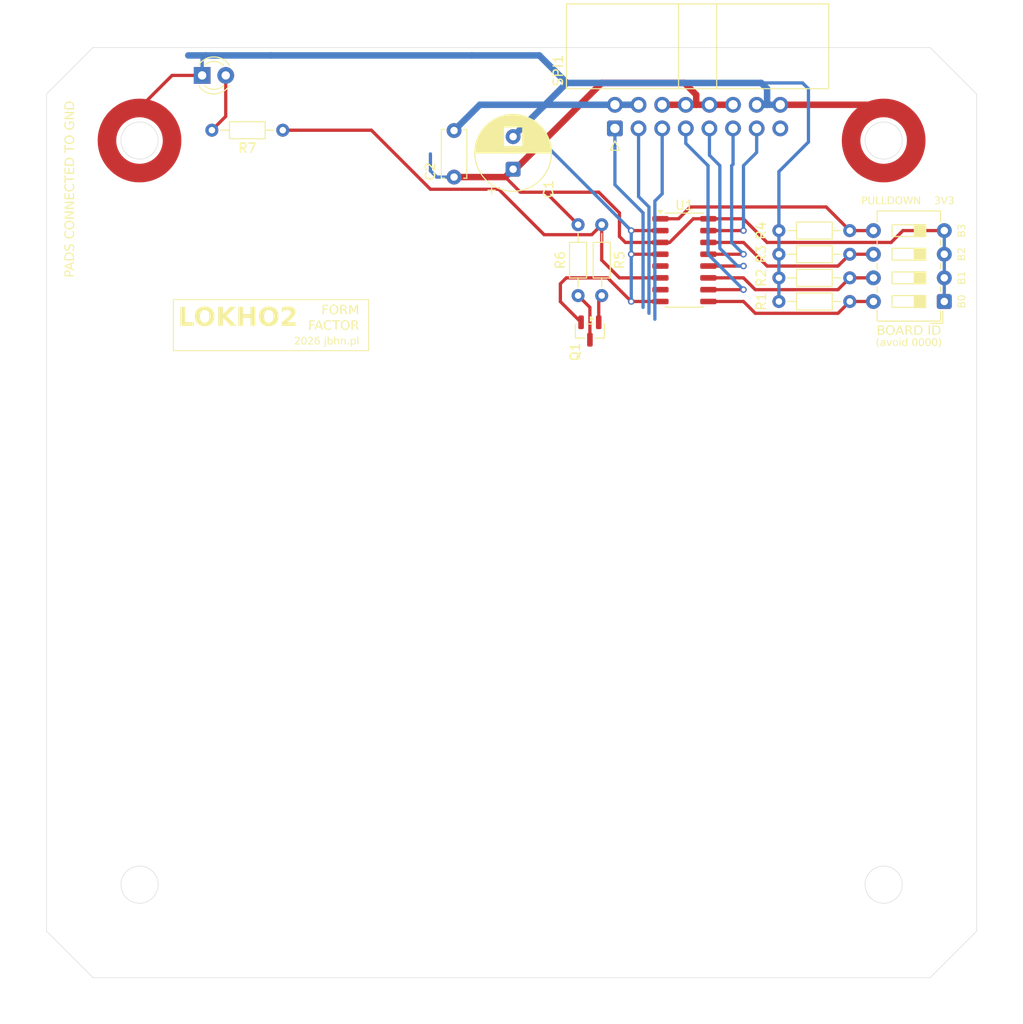
<source format=kicad_pcb>
(kicad_pcb (version 20241229) (generator "pcbnew") (generator_version "9.0")
  (layers (0 "F.Cu" signal) (2 "B.Cu" signal) (13 "F.Paste" user) (15 "B.Paste" user) (5 "F.SilkS" user "F.Silkscreen") (7 "B.SilkS" user "B.Silkscreen") (1 "F.Mask" user) (3 "B.Mask" user) (25 "Edge.Cuts" user))
  (net 0 "")
  (net 1 "SPI_MISO")
  (net 2 "GND")
  (net 3 "SPI_MOSI")
  (net 4 "SPI_SCK")
  (net 5 "+3V3")
  (net 6 "SPI_S0")
  (net 7 "SPI_S1")
  (net 8 "SPI_S2")
  (net 9 "SPI_S3")
  (net 10 "GP")
  (net 11 "ADDR_SEL")
  (net 12 "Net-(Q1-B)")
  (net 13 "Net-(U1-B0)")
  (net 14 "Net-(U1-B1)")
  (net 15 "Net-(U1-B2)")
  (net 16 "Net-(U1-B3)")
  (net 17 "Net-(U1-Oa=b)")
  (net 20 "Net-(D1-A)")
  (footprint "Resistor_THT:R_Axial_DIN0204_L3.6mm_D1.6mm_P7.62mm_Horizontal" (layer "F.Cu") (at 186.36 72.225 180)
    (property "Reference" "R3" (at 9.525 0 90) (layer "F.SilkS"))
    (property "Value" "10k")
    (fp_line (start 6.68 0) (end 5.73 0) (stroke (width 0.12)) (layer "F.SilkS"))
    (fp_line (start 0.94 0) (end 1.89 0) (stroke (width 0.12)) (layer "F.SilkS"))
    (fp_rect (start 1.89 -0.92) (end 5.73 0.92) (stroke (width 0.12)) (fill no) (layer "F.SilkS"))
    (pad "1" thru_hole circle (at 0 0 180) (size 1.4 1.4) (drill 0.7) (layers "*.Cu" "*.Mask") (net 15 "Net-(U1-B2)"))
    (pad "2" thru_hole circle (at 7.62 0 180) (size 1.4 1.4) (drill 0.7) (layers "*.Cu" "*.Mask") (net 2 "GND"))
  )
  (footprint "Package_TO_SOT_SMD:SOT-23" (layer "F.Cu") (at 158.42 80.48 -90)
    (property "Reference" "Q1" (at 2.2375 1.585 90) (layer "F.SilkS"))
    (property "Value" "BC846")
    (fp_line (start -0.76 1.56) (end -0.76 1.51) (stroke (width 0.12)) (layer "F.SilkS"))
    (fp_line (start 0.76 1.56) (end -0.76 1.56) (stroke (width 0.12)) (layer "F.SilkS"))
    (fp_line (start 0.76 0.56) (end 0.76 1.56) (stroke (width 0.12)) (layer "F.SilkS"))
    (fp_line (start -0.76 0.39) (end -0.76 -0.39) (stroke (width 0.12)) (layer "F.SilkS"))
    (fp_line (start -0.76 -1.51) (end -0.76 -1.56) (stroke (width 0.12)) (layer "F.SilkS"))
    (fp_line (start -0.76 -1.56) (end 0.76 -1.56) (stroke (width 0.12)) (layer "F.SilkS"))
    (fp_line (start 0.76 -1.56) (end 0.76 -0.56) (stroke (width 0.12)) (layer "F.SilkS"))
    (fp_poly (pts (xy -1.3 -0.38) (xy -1.06 -0.05) (xy -1.54 -0.05)) (stroke (width 0.12)) (fill yes) (layer "F.SilkS"))
    (pad "1" smd roundrect (at -0.9375 -0.95 270) (size 1.475 0.6) (layers "F.Cu" "F.Mask" "F.Paste") (net 12 "Net-(Q1-B)"))
    (pad "2" smd roundrect (at -0.9375 0.95 270) (size 1.475 0.6) (layers "F.Cu" "F.Mask" "F.Paste") (net 2 "GND"))
    (pad "3" smd roundrect (at 0.9375 0 270) (size 1.475 0.6) (layers "F.Cu" "F.Mask" "F.Paste") (net 11 "ADDR_SEL"))
  )
  (footprint "Capacitor_THT:CP_Radial_D8.0mm_P3.50mm" (layer "F.Cu") (at 150.165 63.082651 90)
    (property "Reference" "C1" (at -2.157349 3.81 90) (layer "F.SilkS"))
    (property "Value" "330u")
    (fp_line (start 1.79 -4.08) (end 1.79 4.08) (stroke (width 0.12)) (layer "F.SilkS"))
    (fp_line (start 1.75 -4.08) (end 1.75 4.08) (stroke (width 0.12)) (layer "F.SilkS"))
    (fp_line (start 1.83 -4.079) (end 1.83 4.079) (stroke (width 0.12)) (layer "F.SilkS"))
    (fp_line (start 1.87 -4.078) (end 1.87 4.078) (stroke (width 0.12)) (layer "F.SilkS"))
    (fp_line (start 1.91 -4.077) (end 1.91 4.077) (stroke (width 0.12)) (layer "F.SilkS"))
    (fp_line (start 1.95 -4.075) (end 1.95 4.075) (stroke (width 0.12)) (layer "F.SilkS"))
    (fp_line (start 1.99 -4.073) (end 1.99 4.073) (stroke (width 0.12)) (layer "F.SilkS"))
    (fp_line (start 2.03 -4.07) (end 2.03 4.07) (stroke (width 0.12)) (layer "F.SilkS"))
    (fp_line (start 2.07 -4.068) (end 2.07 4.068) (stroke (width 0.12)) (layer "F.SilkS"))
    (fp_line (start 2.11 -4.064) (end 2.11 4.064) (stroke (width 0.12)) (layer "F.SilkS"))
    (fp_line (start 2.15 -4.061) (end 2.15 4.061) (stroke (width 0.12)) (layer "F.SilkS"))
    (fp_line (start 2.19 -4.056) (end 2.19 4.056) (stroke (width 0.12)) (layer "F.SilkS"))
    (fp_line (start 2.23 -4.052) (end 2.23 4.052) (stroke (width 0.12)) (layer "F.SilkS"))
    (fp_line (start 2.27 -4.047) (end 2.27 4.047) (stroke (width 0.12)) (layer "F.SilkS"))
    (fp_line (start 2.31 -4.042) (end 2.31 4.042) (stroke (width 0.12)) (layer "F.SilkS"))
    (fp_line (start 2.35 -4.036) (end 2.35 4.036) (stroke (width 0.12)) (layer "F.SilkS"))
    (fp_line (start 2.39 -4.03) (end 2.39 4.03) (stroke (width 0.12)) (layer "F.SilkS"))
    (fp_line (start 2.43 -4.023) (end 2.43 4.023) (stroke (width 0.12)) (layer "F.SilkS"))
    (fp_line (start 2.47 -4.017) (end 2.47 -1.04) (stroke (width 0.12)) (layer "F.SilkS"))
    (fp_line (start 2.51 -4.009) (end 2.51 -1.04) (stroke (width 0.12)) (layer "F.SilkS"))
    (fp_line (start 2.55 -4.002) (end 2.55 -1.04) (stroke (width 0.12)) (layer "F.SilkS"))
    (fp_line (start 2.59 -3.993) (end 2.59 -1.04) (stroke (width 0.12)) (layer "F.SilkS"))
    (fp_line (start 2.63 -3.985) (end 2.63 -1.04) (stroke (width 0.12)) (layer "F.SilkS"))
    (fp_line (start 2.67 -3.976) (end 2.67 -1.04) (stroke (width 0.12)) (layer "F.SilkS"))
    (fp_line (start 2.71 -3.967) (end 2.71 -1.04) (stroke (width 0.12)) (layer "F.SilkS"))
    (fp_line (start 2.75 -3.957) (end 2.75 -1.04) (stroke (width 0.12)) (layer "F.SilkS"))
    (fp_line (start 2.79 -3.947) (end 2.79 -1.04) (stroke (width 0.12)) (layer "F.SilkS"))
    (fp_line (start 2.83 -3.936) (end 2.83 -1.04) (stroke (width 0.12)) (layer "F.SilkS"))
    (fp_line (start 2.87 -3.925) (end 2.87 -1.04) (stroke (width 0.12)) (layer "F.SilkS"))
    (fp_line (start 2.91 -3.913) (end 2.91 -1.04) (stroke (width 0.12)) (layer "F.SilkS"))
    (fp_line (start 2.95 -3.901) (end 2.95 -1.04) (stroke (width 0.12)) (layer "F.SilkS"))
    (fp_line (start 2.99 -3.889) (end 2.99 -1.04) (stroke (width 0.12)) (layer "F.SilkS"))
    (fp_line (start 3.03 -3.876) (end 3.03 -1.04) (stroke (width 0.12)) (layer "F.SilkS"))
    (fp_line (start 3.07 -3.863) (end 3.07 -1.04) (stroke (width 0.12)) (layer "F.SilkS"))
    (fp_line (start 3.11 -3.849) (end 3.11 -1.04) (stroke (width 0.12)) (layer "F.SilkS"))
    (fp_line (start 3.15 -3.835) (end 3.15 -1.04) (stroke (width 0.12)) (layer "F.SilkS"))
    (fp_line (start 3.19 -3.82) (end 3.19 -1.04) (stroke (width 0.12)) (layer "F.SilkS"))
    (fp_line (start 3.23 -3.805) (end 3.23 -1.04) (stroke (width 0.12)) (layer "F.SilkS"))
    (fp_line (start 3.27 -3.789) (end 3.27 -1.04) (stroke (width 0.12)) (layer "F.SilkS"))
    (fp_line (start 3.31 -3.773) (end 3.31 -1.04) (stroke (width 0.12)) (layer "F.SilkS"))
    (fp_line (start 3.35 -3.757) (end 3.35 -1.04) (stroke (width 0.12)) (layer "F.SilkS"))
    (fp_line (start 3.39 -3.74) (end 3.39 -1.04) (stroke (width 0.12)) (layer "F.SilkS"))
    (fp_line (start 3.43 -3.722) (end 3.43 -1.04) (stroke (width 0.12)) (layer "F.SilkS"))
    (fp_line (start 3.47 -3.704) (end 3.47 -1.04) (stroke (width 0.12)) (layer "F.SilkS"))
    (fp_line (start 3.51 -3.685) (end 3.51 -1.04) (stroke (width 0.12)) (layer "F.SilkS"))
    (fp_line (start 3.55 -3.666) (end 3.55 -1.04) (stroke (width 0.12)) (layer "F.SilkS"))
    (fp_line (start 3.59 -3.646) (end 3.59 -1.04) (stroke (width 0.12)) (layer "F.SilkS"))
    (fp_line (start 3.63 -3.626) (end 3.63 -1.04) (stroke (width 0.12)) (layer "F.SilkS"))
    (fp_line (start 3.67 -3.605) (end 3.67 -1.04) (stroke (width 0.12)) (layer "F.SilkS"))
    (fp_line (start 3.71 -3.584) (end 3.71 -1.04) (stroke (width 0.12)) (layer "F.SilkS"))
    (fp_line (start 3.75 -3.562) (end 3.75 -1.04) (stroke (width 0.12)) (layer "F.SilkS"))
    (fp_line (start 3.79 -3.539) (end 3.79 -1.04) (stroke (width 0.12)) (layer "F.SilkS"))
    (fp_line (start 3.83 -3.516) (end 3.83 -1.04) (stroke (width 0.12)) (layer "F.SilkS"))
    (fp_line (start 3.87 -3.493) (end 3.87 -1.04) (stroke (width 0.12)) (layer "F.SilkS"))
    (fp_line (start 3.91 -3.468) (end 3.91 -1.04) (stroke (width 0.12)) (layer "F.SilkS"))
    (fp_line (start 3.95 -3.443) (end 3.95 -1.04) (stroke (width 0.12)) (layer "F.SilkS"))
    (fp_line (start 3.99 -3.418) (end 3.99 -1.04) (stroke (width 0.12)) (layer "F.SilkS"))
    (fp_line (start 4.03 -3.392) (end 4.03 -1.04) (stroke (width 0.12)) (layer "F.SilkS"))
    (fp_line (start 4.07 -3.365) (end 4.07 -1.04) (stroke (width 0.12)) (layer "F.SilkS"))
    (fp_line (start 4.11 -3.337) (end 4.11 -1.04) (stroke (width 0.12)) (layer "F.SilkS"))
    (fp_line (start 4.15 -3.309) (end 4.15 -1.04) (stroke (width 0.12)) (layer "F.SilkS"))
    (fp_line (start 4.19 -3.28) (end 4.19 -1.04) (stroke (width 0.12)) (layer "F.SilkS"))
    (fp_line (start 4.23 -3.25) (end 4.23 -1.04) (stroke (width 0.12)) (layer "F.SilkS"))
    (fp_line (start 4.27 -3.219) (end 4.27 -1.04) (stroke (width 0.12)) (layer "F.SilkS"))
    (fp_line (start 4.31 -3.188) (end 4.31 -1.04) (stroke (width 0.12)) (layer "F.SilkS"))
    (fp_line (start 4.35 -3.156) (end 4.35 -1.04) (stroke (width 0.12)) (layer "F.SilkS"))
    (fp_line (start 4.39 -3.123) (end 4.39 -1.04) (stroke (width 0.12)) (layer "F.SilkS"))
    (fp_line (start 4.43 -3.089) (end 4.43 -1.04) (stroke (width 0.12)) (layer "F.SilkS"))
    (fp_line (start 4.47 -3.055) (end 4.47 -1.04) (stroke (width 0.12)) (layer "F.SilkS"))
    (fp_line (start 4.51 -3.019) (end 4.51 -1.04) (stroke (width 0.12)) (layer "F.SilkS"))
    (fp_line (start 4.55 -2.982) (end 4.55 2.982) (stroke (width 0.12)) (layer "F.SilkS"))
    (fp_line (start 4.59 -2.945) (end 4.59 2.945) (stroke (width 0.12)) (layer "F.SilkS"))
    (fp_line (start 4.63 -2.906) (end 4.63 2.906) (stroke (width 0.12)) (layer "F.SilkS"))
    (fp_line (start 4.67 -2.867) (end 4.67 2.867) (stroke (width 0.12)) (layer "F.SilkS"))
    (fp_line (start 4.71 -2.826) (end 4.71 2.826) (stroke (width 0.12)) (layer "F.SilkS"))
    (fp_line (start 4.75 -2.784) (end 4.75 2.784) (stroke (width 0.12)) (layer "F.SilkS"))
    (fp_line (start 4.79 -2.741) (end 4.79 2.741) (stroke (width 0.12)) (layer "F.SilkS"))
    (fp_line (start -2.259698 -2.715) (end -2.259698 -1.915) (stroke (width 0.12)) (layer "F.SilkS"))
    (fp_line (start 4.83 -2.696) (end 4.83 2.696) (stroke (width 0.12)) (layer "F.SilkS"))
    (fp_line (start 4.87 -2.651) (end 4.87 2.651) (stroke (width 0.12)) (layer "F.SilkS"))
    (fp_line (start 4.91 -2.604) (end 4.91 2.604) (stroke (width 0.12)) (layer "F.SilkS"))
    (fp_line (start 4.95 -2.555) (end 4.95 2.555) (stroke (width 0.12)) (layer "F.SilkS"))
    (fp_line (start 4.99 -2.505) (end 4.99 2.505) (stroke (width 0.12)) (layer "F.SilkS"))
    (fp_line (start 5.03 -2.453) (end 5.03 2.453) (stroke (width 0.12)) (layer "F.SilkS"))
    (fp_line (start 5.07 -2.4) (end 5.07 2.4) (stroke (width 0.12)) (layer "F.SilkS"))
    (fp_line (start 5.11 -2.344) (end 5.11 2.344) (stroke (width 0.12)) (layer "F.SilkS"))
    (fp_line (start -2.659698 -2.315) (end -1.859698 -2.315) (stroke (width 0.12)) (layer "F.SilkS"))
    (fp_line (start 5.15 -2.287) (end 5.15 2.287) (stroke (width 0.12)) (layer "F.SilkS"))
    (fp_line (start 5.19 -2.227) (end 5.19 2.227) (stroke (width 0.12)) (layer "F.SilkS"))
    (fp_line (start 5.23 -2.165) (end 5.23 2.165) (stroke (width 0.12)) (layer "F.SilkS"))
    (fp_line (start 5.27 -2.101) (end 5.27 2.101) (stroke (width 0.12)) (layer "F.SilkS"))
    (fp_line (start 5.31 -2.034) (end 5.31 2.034) (stroke (width 0.12)) (layer "F.SilkS"))
    (fp_line (start 5.35 -1.964) (end 5.35 1.964) (stroke (width 0.12)) (layer "F.SilkS"))
    (fp_line (start 5.39 -1.89) (end 5.39 1.89) (stroke (width 0.12)) (layer "F.SilkS"))
    (fp_line (start 5.43 -1.813) (end 5.43 1.813) (stroke (width 0.12)) (layer "F.SilkS"))
    (fp_line (start 5.47 -1.731) (end 5.47 1.731) (stroke (width 0.12)) (layer "F.SilkS"))
    (fp_line (start 5.51 -1.644) (end 5.51 1.644) (stroke (width 0.12)) (layer "F.SilkS"))
    (fp_line (start 5.55 -1.552) (end 5.55 1.552) (stroke (width 0.12)) (layer "F.SilkS"))
    (fp_line (start 5.59 -1.453) (end 5.59 1.453) (stroke (width 0.12)) (layer "F.SilkS"))
    (fp_line (start 5.63 -1.346) (end 5.63 1.346) (stroke (width 0.12)) (layer "F.SilkS"))
    (fp_line (start 5.67 -1.228) (end 5.67 1.228) (stroke (width 0.12)) (layer "F.SilkS"))
    (fp_line (start 5.71 -1.097) (end 5.71 1.097) (stroke (width 0.12)) (layer "F.SilkS"))
    (fp_line (start 5.75 -0.947) (end 5.75 0.947) (stroke (width 0.12)) (layer "F.SilkS"))
    (fp_line (start 5.79 -0.768) (end 5.79 0.768) (stroke (width 0.12)) (layer "F.SilkS"))
    (fp_line (start 5.83 -0.533) (end 5.83 0.533) (stroke (width 0.12)) (layer "F.SilkS"))
    (fp_line (start 4.51 1.04) (end 4.51 3.019) (stroke (width 0.12)) (layer "F.SilkS"))
    (fp_line (start 4.47 1.04) (end 4.47 3.055) (stroke (width 0.12)) (layer "F.SilkS"))
    (fp_line (start 4.43 1.04) (end 4.43 3.089) (stroke (width 0.12)) (layer "F.SilkS"))
    (fp_line (start 4.39 1.04) (end 4.39 3.123) (stroke (width 0.12)) (layer "F.SilkS"))
    (fp_line (start 4.35 1.04) (end 4.35 3.156) (stroke (width 0.12)) (layer "F.SilkS"))
    (fp_line (start 4.31 1.04) (end 4.31 3.188) (stroke (width 0.12)) (layer "F.SilkS"))
    (fp_line (start 4.27 1.04) (end 4.27 3.219) (stroke (width 0.12)) (layer "F.SilkS"))
    (fp_line (start 4.23 1.04) (end 4.23 3.25) (stroke (width 0.12)) (layer "F.SilkS"))
    (fp_line (start 4.19 1.04) (end 4.19 3.28) (stroke (width 0.12)) (layer "F.SilkS"))
    (fp_line (start 4.15 1.04) (end 4.15 3.309) (stroke (width 0.12)) (layer "F.SilkS"))
    (fp_line (start 4.11 1.04) (end 4.11 3.337) (stroke (width 0.12)) (layer "F.SilkS"))
    (fp_line (start 4.07 1.04) (end 4.07 3.365) (stroke (width 0.12)) (layer "F.SilkS"))
    (fp_line (start 4.03 1.04) (end 4.03 3.392) (stroke (width 0.12)) (layer "F.SilkS"))
    (fp_line (start 3.99 1.04) (end 3.99 3.418) (stroke (width 0.12)) (layer "F.SilkS"))
    (fp_line (start 3.95 1.04) (end 3.95 3.443) (stroke (width 0.12)) (layer "F.SilkS"))
    (fp_line (start 3.91 1.04) (end 3.91 3.468) (stroke (width 0.12)) (layer "F.SilkS"))
    (fp_line (start 3.87 1.04) (end 3.87 3.493) (stroke (width 0.12)) (layer "F.SilkS"))
    (fp_line (start 3.83 1.04) (end 3.83 3.516) (stroke (width 0.12)) (layer "F.SilkS"))
    (fp_line (start 3.79 1.04) (end 3.79 3.539) (stroke (width 0.12)) (layer "F.SilkS"))
    (fp_line (start 3.75 1.04) (end 3.75 3.562) (stroke (width 0.12)) (layer "F.SilkS"))
    (fp_line (start 3.71 1.04) (end 3.71 3.584) (stroke (width 0.12)) (layer "F.SilkS"))
    (fp_line (start 3.67 1.04) (end 3.67 3.605) (stroke (width 0.12)) (layer "F.SilkS"))
    (fp_line (start 3.63 1.04) (end 3.63 3.626) (stroke (width 0.12)) (layer "F.SilkS"))
    (fp_line (start 3.59 1.04) (end 3.59 3.646) (stroke (width 0.12)) (layer "F.SilkS"))
    (fp_line (start 3.55 1.04) (end 3.55 3.666) (stroke (width 0.12)) (layer "F.SilkS"))
    (fp_line (start 3.51 1.04) (end 3.51 3.685) (stroke (width 0.12)) (layer "F.SilkS"))
    (fp_line (start 3.47 1.04) (end 3.47 3.704) (stroke (width 0.12)) (layer "F.SilkS"))
    (fp_line (start 3.43 1.04) (end 3.43 3.722) (stroke (width 0.12)) (layer "F.SilkS"))
    (fp_line (start 3.39 1.04) (end 3.39 3.74) (stroke (width 0.12)) (layer "F.SilkS"))
    (fp_line (start 3.35 1.04) (end 3.35 3.757) (stroke (width 0.12)) (layer "F.SilkS"))
    (fp_line (start 3.31 1.04) (end 3.31 3.773) (stroke (width 0.12)) (layer "F.SilkS"))
    (fp_line (start 3.27 1.04) (end 3.27 3.789) (stroke (width 0.12)) (layer "F.SilkS"))
    (fp_line (start 3.23 1.04) (end 3.23 3.805) (stroke (width 0.12)) (layer "F.SilkS"))
    (fp_line (start 3.19 1.04) (end 3.19 3.82) (stroke (width 0.12)) (layer "F.SilkS"))
    (fp_line (start 3.15 1.04) (end 3.15 3.835) (stroke (width 0.12)) (layer "F.SilkS"))
    (fp_line (start 3.11 1.04) (end 3.11 3.849) (stroke (width 0.12)) (layer "F.SilkS"))
    (fp_line (start 3.07 1.04) (end 3.07 3.863) (stroke (width 0.12)) (layer "F.SilkS"))
    (fp_line (start 3.03 1.04) (end 3.03 3.876) (stroke (width 0.12)) (layer "F.SilkS"))
    (fp_line (start 2.99 1.04) (end 2.99 3.889) (stroke (width 0.12)) (layer "F.SilkS"))
    (fp_line (start 2.95 1.04) (end 2.95 3.901) (stroke (width 0.12)) (layer "F.SilkS"))
    (fp_line (start 2.91 1.04) (end 2.91 3.913) (stroke (width 0.12)) (layer "F.SilkS"))
    (fp_line (start 2.87 1.04) (end 2.87 3.925) (stroke (width 0.12)) (layer "F.SilkS"))
    (fp_line (start 2.83 1.04) (end 2.83 3.936) (stroke (width 0.12)) (layer "F.SilkS"))
    (fp_line (start 2.79 1.04) (end 2.79 3.947) (stroke (width 0.12)) (layer "F.SilkS"))
    (fp_line (start 2.75 1.04) (end 2.75 3.957) (stroke (width 0.12)) (layer "F.SilkS"))
    (fp_line (start 2.71 1.04) (end 2.71 3.967) (stroke (width 0.12)) (layer "F.SilkS"))
    (fp_line (start 2.67 1.04) (end 2.67 3.976) (stroke (width 0.12)) (layer "F.SilkS"))
    (fp_line (start 2.63 1.04) (end 2.63 3.985) (stroke (width 0.12)) (layer "F.SilkS"))
    (fp_line (start 2.59 1.04) (end 2.59 3.993) (stroke (width 0.12)) (layer "F.SilkS"))
    (fp_line (start 2.55 1.04) (end 2.55 4.002) (stroke (width 0.12)) (layer "F.SilkS"))
    (fp_line (start 2.51 1.04) (end 2.51 4.009) (stroke (width 0.12)) (layer "F.SilkS"))
    (fp_line (start 2.47 1.04) (end 2.47 4.017) (stroke (width 0.12)) (layer "F.SilkS"))
    (fp_circle (center 1.75 0) (end 5.87 0) (stroke (width 0.12)) (fill no) (layer "F.SilkS"))
    (pad "1" thru_hole roundrect (at 0 0 90) (size 1.6 1.6) (drill 0.8) (layers "*.Cu" "*.Mask") (roundrect_rratio 0.15625) (net 5 "+3V3"))
    (pad "2" thru_hole circle (at 3.5 0 90) (size 1.6 1.6) (drill 0.8) (layers "*.Cu" "*.Mask") (net 2 "GND"))
  )
  (footprint "Resistor_THT:R_Axial_DIN0204_L3.6mm_D1.6mm_P7.62mm_Horizontal" (layer "F.Cu") (at 186.36 69.685 180)
    (property "Reference" "R4" (at 9.525 0 90) (layer "F.SilkS"))
    (property "Value" "10k")
    (fp_line (start 6.68 0) (end 5.73 0) (stroke (width 0.12)) (layer "F.SilkS"))
    (fp_line (start 0.94 0) (end 1.89 0) (stroke (width 0.12)) (layer "F.SilkS"))
    (fp_rect (start 1.89 -0.92) (end 5.73 0.92) (stroke (width 0.12)) (fill no) (layer "F.SilkS"))
    (pad "1" thru_hole circle (at 0 0 180) (size 1.4 1.4) (drill 0.7) (layers "*.Cu" "*.Mask") (net 16 "Net-(U1-B3)"))
    (pad "2" thru_hole circle (at 7.62 0 180) (size 1.4 1.4) (drill 0.7) (layers "*.Cu" "*.Mask") (net 2 "GND"))
  )
  (footprint "Resistor_THT:R_Axial_DIN0204_L3.6mm_D1.6mm_P7.62mm_Horizontal" (layer "F.Cu") (at 157.15 76.67 90)
    (property "Reference" "R6" (at 3.81 -1.92 90) (layer "F.SilkS"))
    (property "Value" "10k")
    (fp_line (start 6.68 0) (end 5.73 0) (stroke (width 0.12)) (layer "F.SilkS"))
    (fp_line (start 0.94 0) (end 1.89 0) (stroke (width 0.12)) (layer "F.SilkS"))
    (fp_rect (start 1.89 -0.92) (end 5.73 0.92) (stroke (width 0.12)) (fill no) (layer "F.SilkS"))
    (pad "1" thru_hole circle (at 0 0 90) (size 1.4 1.4) (drill 0.7) (layers "*.Cu" "*.Mask") (net 11 "ADDR_SEL"))
    (pad "2" thru_hole circle (at 7.62 0 90) (size 1.4 1.4) (drill 0.7) (layers "*.Cu" "*.Mask") (net 5 "+3V3"))
  )
  (footprint "Button_Switch_THT:SW_DIP_SPSTx04_Slide_6.7x11.72mm_W7.62mm_P2.54mm_LowProfile" (layer "F.Cu") (at 196.52 77.305 180)
    (property "Reference" "SW1" (hide yes))
    (property "Value" "SW_DIP_x04")
    (fp_line (start 7.22 8.58) (end 7.22 9.73) (stroke (width 0.12)) (layer "F.SilkS"))
    (fp_line (start 7.22 6.04) (end 7.22 6.66) (stroke (width 0.12)) (layer "F.SilkS"))
    (fp_line (start 7.22 3.5) (end 7.22 4.12) (stroke (width 0.12)) (layer "F.SilkS"))
    (fp_line (start 7.22 0.96) (end 7.22 1.58) (stroke (width 0.12)) (layer "F.SilkS"))
    (fp_line (start 7.22 -2.11) (end 7.22 -0.96) (stroke (width 0.12)) (layer "F.SilkS"))
    (fp_line (start 3.206667 6.985) (end 3.206667 8.255) (stroke (width 0.12)) (layer "F.SilkS"))
    (fp_line (start 3.206667 4.445) (end 3.206667 5.715) (stroke (width 0.12)) (layer "F.SilkS"))
    (fp_line (start 3.206667 1.905) (end 3.206667 3.175) (stroke (width 0.12)) (layer "F.SilkS"))
    (fp_line (start 3.206667 -0.635) (end 3.206667 0.635) (stroke (width 0.12)) (layer "F.SilkS"))
    (fp_line (start 0.4 9.73) (end 7.22 9.73) (stroke (width 0.12)) (layer "F.SilkS"))
    (fp_line (start 0.4 8.58) (end 0.4 9.73) (stroke (width 0.12)) (layer "F.SilkS"))
    (fp_line (start 0.4 6.04) (end 0.4 6.66) (stroke (width 0.12)) (layer "F.SilkS"))
    (fp_line (start 0.4 3.5) (end 0.4 4.12) (stroke (width 0.12)) (layer "F.SilkS"))
    (fp_line (start 0.4 1.04) (end 0.4 1.58) (stroke (width 0.12)) (layer "F.SilkS"))
    (fp_line (start 0.4 -2.11) (end 7.22 -2.11) (stroke (width 0.12)) (layer "F.SilkS"))
    (fp_line (start 0.4 -2.11) (end 0.4 -1.04) (stroke (width 0.12)) (layer "F.SilkS"))
    (fp_line (start 0.16 -2.35) (end 1.543 -2.35) (stroke (width 0.12)) (layer "F.SilkS"))
    (fp_line (start 0.16 -2.35) (end 0.16 -1.04) (stroke (width 0.12)) (layer "F.SilkS"))
    (fp_rect (start 2 6.985) (end 5.62 8.255) (stroke (width 0.12)) (fill no) (layer "F.SilkS"))
    (fp_rect (start 2 6.985) (end 3.206667 8.255) (stroke (width 0.12)) (fill yes) (layer "F.SilkS"))
    (fp_rect (start 2 4.445) (end 5.62 5.715) (stroke (width 0.12)) (fill no) (layer "F.SilkS"))
    (fp_rect (start 2 4.445) (end 3.206667 5.715) (stroke (width 0.12)) (fill yes) (layer "F.SilkS"))
    (fp_rect (start 2 1.905) (end 5.62 3.175) (stroke (width 0.12)) (fill no) (layer "F.SilkS"))
    (fp_rect (start 2 1.905) (end 3.206667 3.175) (stroke (width 0.12)) (fill yes) (layer "F.SilkS"))
    (fp_rect (start 2 -0.635) (end 5.62 0.635) (stroke (width 0.12)) (fill no) (layer "F.SilkS"))
    (fp_rect (start 2 -0.635) (end 3.206667 0.635) (stroke (width 0.12)) (fill yes) (layer "F.SilkS"))
    (pad "1" thru_hole roundrect (at 0 0 180) (size 1.6 1.6) (drill 0.8) (layers "*.Cu" "*.Mask") (roundrect_rratio 0.15625) (net 5 "+3V3"))
    (pad "2" thru_hole circle (at 0 2.54 180) (size 1.6 1.6) (drill 0.8) (layers "*.Cu" "*.Mask") (net 5 "+3V3"))
    (pad "3" thru_hole circle (at 0 5.08 180) (size 1.6 1.6) (drill 0.8) (layers "*.Cu" "*.Mask") (net 5 "+3V3"))
    (pad "4" thru_hole circle (at 0 7.62 180) (size 1.6 1.6) (drill 0.8) (layers "*.Cu" "*.Mask") (net 5 "+3V3"))
    (pad "5" thru_hole circle (at 7.62 7.62 180) (size 1.6 1.6) (drill 0.8) (layers "*.Cu" "*.Mask") (net 16 "Net-(U1-B3)"))
    (pad "6" thru_hole circle (at 7.62 5.08 180) (size 1.6 1.6) (drill 0.8) (layers "*.Cu" "*.Mask") (net 15 "Net-(U1-B2)"))
    (pad "7" thru_hole circle (at 7.62 2.54 180) (size 1.6 1.6) (drill 0.8) (layers "*.Cu" "*.Mask") (net 14 "Net-(U1-B1)"))
    (pad "8" thru_hole circle (at 7.62 0 180) (size 1.6 1.6) (drill 0.8) (layers "*.Cu" "*.Mask") (net 13 "Net-(U1-B0)"))
  )
  (footprint "Resistor_THT:R_Axial_DIN0204_L3.6mm_D1.6mm_P7.62mm_Horizontal" (layer "F.Cu") (at 125.4 58.89 180)
    (property "Reference" "R7" (at 3.81 -1.92 0) (layer "F.SilkS"))
    (property "Value" "1k")
    (fp_line (start 6.68 0) (end 5.73 0) (stroke (width 0.12)) (layer "F.SilkS"))
    (fp_line (start 0.94 0) (end 1.89 0) (stroke (width 0.12)) (layer "F.SilkS"))
    (fp_rect (start 1.89 -0.92) (end 5.73 0.92) (stroke (width 0.12)) (fill no) (layer "F.SilkS"))
    (pad "1" thru_hole circle (at 0 0 180) (size 1.4 1.4) (drill 0.7) (layers "*.Cu" "*.Mask") (net 17 "Net-(U1-Oa=b)"))
    (pad "2" thru_hole circle (at 7.62 0 180) (size 1.4 1.4) (drill 0.7) (layers "*.Cu" "*.Mask") (net 20 "Net-(D1-A)"))
  )
  (footprint "LED_THT:LED_D3.0mm" (layer "F.Cu") (at 116.73 53)
    (property "Reference" "D1" (hide yes))
    (property "Value" "LED")
    (fp_line (start -0.29 -1.236) (end -0.29 -1.08) (stroke (width 0.12)) (layer "F.SilkS"))
    (fp_line (start -0.29 1.08) (end -0.29 1.236) (stroke (width 0.12)) (layer "F.SilkS"))
    (fp_arc (start -0.29 -1.235516) (mid 1.36566 -1.987699) (end 2.941437 -1.08) (stroke (width 0.12)) (layer "F.SilkS"))
    (fp_arc (start 0.229039 -1.08) (mid 1.27 -1.5) (end 2.310961 -1.08) (stroke (width 0.12)) (layer "F.SilkS"))
    (fp_arc (start 2.310961 1.08) (mid 1.27 1.5) (end 0.229039 1.08) (stroke (width 0.12)) (layer "F.SilkS"))
    (fp_arc (start 2.941437 1.08) (mid 1.36566 1.987699) (end -0.29 1.235516) (stroke (width 0.12)) (layer "F.SilkS"))
    (pad "1" thru_hole rect (at 0 0) (size 1.8 1.8) (drill 0.9) (layers "*.Cu" "*.Mask") (net 2 "GND"))
    (pad "2" thru_hole circle (at 2.54 0) (size 1.8 1.8) (drill 0.9) (layers "*.Cu" "*.Mask") (net 20 "Net-(D1-A)"))
  )
  (footprint "Resistor_THT:R_Axial_DIN0204_L3.6mm_D1.6mm_P7.62mm_Horizontal" (layer "F.Cu") (at 186.36 77.305 180)
    (property "Reference" "R1" (at 9.525 0 90) (layer "F.SilkS"))
    (property "Value" "10k")
    (fp_line (start 6.68 0) (end 5.73 0) (stroke (width 0.12)) (layer "F.SilkS"))
    (fp_line (start 0.94 0) (end 1.89 0) (stroke (width 0.12)) (layer "F.SilkS"))
    (fp_rect (start 1.89 -0.92) (end 5.73 0.92) (stroke (width 0.12)) (fill no) (layer "F.SilkS"))
    (pad "1" thru_hole circle (at 0 0 180) (size 1.4 1.4) (drill 0.7) (layers "*.Cu" "*.Mask") (net 13 "Net-(U1-B0)"))
    (pad "2" thru_hole circle (at 7.62 0 180) (size 1.4 1.4) (drill 0.7) (layers "*.Cu" "*.Mask") (net 2 "GND"))
  )
  (footprint "Connector_IDC:IDC-Header_2x08_P2.54mm_Horizontal" (layer "F.Cu") (at 161.11 58.6975 90)
    (property "Reference" "SPI1" (at 6.215 -6.1 90) (layer "F.SilkS"))
    (property "Value" "LOKHO2 SPI")
    (fp_line (start 13.39 -5.21) (end 13.39 22.99) (stroke (width 0.12)) (layer "F.SilkS"))
    (fp_line (start 4.27 -5.21) (end 13.39 -5.21) (stroke (width 0.12)) (layer "F.SilkS"))
    (fp_line (start -2.35 -0.5) (end -2.35 0.5) (stroke (width 0.12)) (layer "F.SilkS"))
    (fp_line (start -1.35 0) (end -2.35 -0.5) (stroke (width 0.12)) (layer "F.SilkS"))
    (fp_line (start -2.35 0.5) (end -1.35 0) (stroke (width 0.12)) (layer "F.SilkS"))
    (fp_line (start 4.27 6.84) (end 13.39 6.84) (stroke (width 0.12)) (layer "F.SilkS"))
    (fp_line (start 4.27 10.94) (end 13.39 10.94) (stroke (width 0.12)) (layer "F.SilkS"))
    (fp_line (start 13.39 22.99) (end 4.27 22.99) (stroke (width 0.12)) (layer "F.SilkS"))
    (fp_line (start 4.27 22.99) (end 4.27 -5.21) (stroke (width 0.12)) (layer "F.SilkS"))
    (pad "1" thru_hole roundrect (at 0 0 90) (size 1.7 1.7) (drill 1) (layers "*.Cu" "*.Mask") (roundrect_rratio 0.147059) (net 1 "SPI_MISO"))
    (pad "2" thru_hole circle (at 2.54 0 90) (size 1.7 1.7) (drill 1) (layers "*.Cu" "*.Mask") (net 2 "GND"))
    (pad "3" thru_hole circle (at 0 2.54 90) (size 1.7 1.7) (drill 1) (layers "*.Cu" "*.Mask") (net 3 "SPI_MOSI"))
    (pad "4" thru_hole circle (at 2.54 2.54 90) (size 1.7 1.7) (drill 1) (layers "*.Cu" "*.Mask") (net 2 "GND"))
    (pad "5" thru_hole circle (at 0 5.08 90) (size 1.7 1.7) (drill 1) (layers "*.Cu" "*.Mask") (net 4 "SPI_SCK"))
    (pad "6" thru_hole circle (at 2.54 5.08 90) (size 1.7 1.7) (drill 1) (layers "*.Cu" "*.Mask") (net 5 "+3V3"))
    (pad "7" thru_hole circle (at 0 7.62 90) (size 1.7 1.7) (drill 1) (layers "*.Cu" "*.Mask") (net 6 "SPI_S0"))
    (pad "8" thru_hole circle (at 2.54 7.62 90) (size 1.7 1.7) (drill 1) (layers "*.Cu" "*.Mask") (net 5 "+3V3"))
    (pad "9" thru_hole circle (at 0 10.16 90) (size 1.7 1.7) (drill 1) (layers "*.Cu" "*.Mask") (net 7 "SPI_S1"))
    (pad "10" thru_hole circle (at 2.54 10.16 90) (size 1.7 1.7) (drill 1) (layers "*.Cu" "*.Mask") (net 5 "+3V3"))
    (pad "11" thru_hole circle (at 0 12.7 90) (size 1.7 1.7) (drill 1) (layers "*.Cu" "*.Mask") (net 8 "SPI_S2"))
    (pad "12" thru_hole circle (at 2.54 12.7 90) (size 1.7 1.7) (drill 1) (layers "*.Cu" "*.Mask") (net 5 "+3V3"))
    (pad "13" thru_hole circle (at 0 15.24 90) (size 1.7 1.7) (drill 1) (layers "*.Cu" "*.Mask") (net 9 "SPI_S3"))
    (pad "14" thru_hole circle (at 2.54 15.24 90) (size 1.7 1.7) (drill 1) (layers "*.Cu" "*.Mask") (net 2 "GND"))
    (pad "15" thru_hole circle (at 0 17.78 90) (size 1.7 1.7) (drill 1) (layers "*.Cu" "*.Mask") (net 10 "GP"))
    (pad "16" thru_hole circle (at 2.54 17.78 90) (size 1.7 1.7) (drill 1) (layers "*.Cu" "*.Mask") (net 2 "GND"))
  )
  (footprint "Package_SO:SO-16_3.9x9.9mm_P1.27mm" (layer "F.Cu") (at 168.58 72.86)
    (property "Reference" "U1" (at 0 -5.9 0) (layer "F.SilkS"))
    (property "Value" "74HC85")
    (fp_line (start -2.06 -5.06) (end 2.06 -5.06) (stroke (width 0.12)) (layer "F.SilkS"))
    (fp_line (start -2.06 -5.005) (end -2.06 -5.06) (stroke (width 0.12)) (layer "F.SilkS"))
    (fp_line (start -2.06 5.06) (end -2.06 5.005) (stroke (width 0.12)) (layer "F.SilkS"))
    (fp_line (start 2.06 -5.06) (end 2.06 -5.005) (stroke (width 0.12)) (layer "F.SilkS"))
    (fp_line (start 2.06 5.005) (end 2.06 5.06) (stroke (width 0.12)) (layer "F.SilkS"))
    (fp_line (start 2.06 5.06) (end -2.06 5.06) (stroke (width 0.12)) (layer "F.SilkS"))
    (fp_poly (pts (xy -2.6 -5.01) (xy -2.84 -5.34) (xy -2.36 -5.34)) (stroke (width 0.12)) (fill yes) (layer "F.SilkS"))
    (pad "1" smd roundrect (at -2.575 -4.445) (size 1.75 0.6) (layers "F.Cu" "F.Mask" "F.Paste") (net 16 "Net-(U1-B3)"))
    (pad "2" smd roundrect (at -2.575 -3.175) (size 1.75 0.6) (layers "F.Cu" "F.Mask" "F.Paste") (net 2 "GND"))
    (pad "3" smd roundrect (at -2.575 -1.905) (size 1.75 0.6) (layers "F.Cu" "F.Mask" "F.Paste") (net 5 "+3V3"))
    (pad "4" smd roundrect (at -2.575 -0.635) (size 1.75 0.6) (layers "F.Cu" "F.Mask" "F.Paste") (net 2 "GND"))
    (pad "5" smd roundrect (at -2.575 0.635) (size 1.75 0.6) (layers "F.Cu" "F.Mask" "F.Paste"))
    (pad "6" smd roundrect (at -2.575 1.905) (size 1.75 0.6) (layers "F.Cu" "F.Mask" "F.Paste") (net 17 "Net-(U1-Oa=b)"))
    (pad "7" smd roundrect (at -2.575 3.175) (size 1.75 0.6) (layers "F.Cu" "F.Mask" "F.Paste"))
    (pad "8" smd roundrect (at -2.575 4.445) (size 1.75 0.6) (layers "F.Cu" "F.Mask" "F.Paste") (net 2 "GND"))
    (pad "9" smd roundrect (at 2.575 4.445) (size 1.75 0.6) (layers "F.Cu" "F.Mask" "F.Paste") (net 13 "Net-(U1-B0)"))
    (pad "10" smd roundrect (at 2.575 3.175) (size 1.75 0.6) (layers "F.Cu" "F.Mask" "F.Paste") (net 6 "SPI_S0"))
    (pad "11" smd roundrect (at 2.575 1.905) (size 1.75 0.6) (layers "F.Cu" "F.Mask" "F.Paste") (net 14 "Net-(U1-B1)"))
    (pad "12" smd roundrect (at 2.575 0.635) (size 1.75 0.6) (layers "F.Cu" "F.Mask" "F.Paste") (net 7 "SPI_S1"))
    (pad "13" smd roundrect (at 2.575 -0.635) (size 1.75 0.6) (layers "F.Cu" "F.Mask" "F.Paste") (net 8 "SPI_S2"))
    (pad "14" smd roundrect (at 2.575 -1.905) (size 1.75 0.6) (layers "F.Cu" "F.Mask" "F.Paste") (net 15 "Net-(U1-B2)"))
    (pad "15" smd roundrect (at 2.575 -3.175) (size 1.75 0.6) (layers "F.Cu" "F.Mask" "F.Paste") (net 9 "SPI_S3"))
    (pad "16" smd roundrect (at 2.575 -4.445) (size 1.75 0.6) (layers "F.Cu" "F.Mask" "F.Paste") (net 5 "+3V3"))
  )
  (footprint "Resistor_THT:R_Axial_DIN0204_L3.6mm_D1.6mm_P7.62mm_Horizontal" (layer "F.Cu") (at 159.69 69.05 -90)
    (property "Reference" "R5" (at 3.81 -1.92 90) (layer "F.SilkS"))
    (property "Value" "10k")
    (fp_line (start 0.94 0) (end 1.89 0) (stroke (width 0.12)) (layer "F.SilkS"))
    (fp_line (start 6.68 0) (end 5.73 0) (stroke (width 0.12)) (layer "F.SilkS"))
    (fp_rect (start 1.89 -0.92) (end 5.73 0.92) (stroke (width 0.12)) (fill no) (layer "F.SilkS"))
    (pad "1" thru_hole circle (at 0 0 270) (size 1.4 1.4) (drill 0.7) (layers "*.Cu" "*.Mask") (net 17 "Net-(U1-Oa=b)"))
    (pad "2" thru_hole circle (at 7.62 0 270) (size 1.4 1.4) (drill 0.7) (layers "*.Cu" "*.Mask") (net 12 "Net-(Q1-B)"))
  )
  (footprint "Capacitor_THT:C_Disc_D5.0mm_W2.5mm_P5.00mm" (layer "F.Cu") (at 143.815 58.93 -90)
    (property "Reference" "C2" (at 4.405 2.54 90) (layer "F.SilkS"))
    (property "Value" "100n")
    (fp_line (start -0.12 1.37) (end -0.12 1.033) (stroke (width 0.12)) (layer "F.SilkS"))
    (fp_line (start 5.12 1.37) (end -0.12 1.37) (stroke (width 0.12)) (layer "F.SilkS"))
    (fp_line (start 5.12 1.033) (end 5.12 1.37) (stroke (width 0.12)) (layer "F.SilkS"))
    (fp_line (start -0.12 -1.033) (end -0.12 -1.37) (stroke (width 0.12)) (layer "F.SilkS"))
    (fp_line (start -0.12 -1.37) (end 5.12 -1.37) (stroke (width 0.12)) (layer "F.SilkS"))
    (fp_line (start 5.12 -1.37) (end 5.12 -1.033) (stroke (width 0.12)) (layer "F.SilkS"))
    (pad "1" thru_hole circle (at 0 0 270) (size 1.6 1.6) (drill 0.8) (layers "*.Cu" "*.Mask") (net 2 "GND"))
    (pad "2" thru_hole circle (at 5 0 270) (size 1.6 1.6) (drill 0.8) (layers "*.Cu" "*.Mask") (net 5 "+3V3"))
  )
  (footprint "Resistor_THT:R_Axial_DIN0204_L3.6mm_D1.6mm_P7.62mm_Horizontal" (layer "F.Cu") (at 186.36 74.765 180)
    (property "Reference" "R2" (at 9.525 0 90) (layer "F.SilkS"))
    (property "Value" "10k")
    (fp_line (start 6.68 0) (end 5.73 0) (stroke (width 0.12)) (layer "F.SilkS"))
    (fp_line (start 0.94 0) (end 1.89 0) (stroke (width 0.12)) (layer "F.SilkS"))
    (fp_rect (start 1.89 -0.92) (end 5.73 0.92) (stroke (width 0.12)) (fill no) (layer "F.SilkS"))
    (pad "1" thru_hole circle (at 0 0 180) (size 1.4 1.4) (drill 0.7) (layers "*.Cu" "*.Mask") (net 14 "Net-(U1-B1)"))
    (pad "2" thru_hole circle (at 7.62 0 180) (size 1.4 1.4) (drill 0.7) (layers "*.Cu" "*.Mask") (net 2 "GND"))
  )
  (gr_circle (center 110 60) (end 113.5 60) (stroke (width 2)) (fill no) (layers "F.Cu" "F.Mask") (net 2))
  (gr_circle (center 190 60) (end 193.5 60) (stroke (width 2)) (fill no) (layers "F.Cu" "F.Mask") (net 2))
  (gr_rect (start 113.63 77.095) (end 134.63 82.595) (stroke (width 0.1)) (fill no) (layer "F.SilkS"))
  (gr_line (start 105 150) (end 100 145) (stroke (width 0.05)) (layer "Edge.Cuts"))
  (gr_circle (center 110 140) (end 108 140) (stroke (width 0.05)) (fill no) (layer "Edge.Cuts"))
  (gr_line (start 105 50) (end 195 50) (stroke (width 0.05)) (layer "Edge.Cuts"))
  (gr_line (start 195 150) (end 105 150) (stroke (width 0.05)) (layer "Edge.Cuts"))
  (gr_line (start 100 145) (end 100 55) (stroke (width 0.05)) (layer "Edge.Cuts"))
  (gr_line (start 200 55) (end 200 145) (stroke (width 0.05)) (layer "Edge.Cuts"))
  (gr_circle (center 190 140) (end 192 140) (stroke (width 0.05)) (fill no) (layer "Edge.Cuts"))
  (gr_line (start 100 55) (end 105 50) (stroke (width 0.05)) (layer "Edge.Cuts"))
  (gr_circle (center 110 60) (end 112 60) (stroke (width 0.05)) (fill no) (layer "Edge.Cuts"))
  (gr_line (start 195 50) (end 200 55) (stroke (width 0.05)) (layer "Edge.Cuts"))
  (gr_line (start 200 145) (end 195 150) (stroke (width 0.05)) (layer "Edge.Cuts"))
  (gr_circle (center 190 60) (end 192 60) (stroke (width 0.05)) (fill no) (layer "Edge.Cuts"))
  (gr_text "(avoid 0000)" (at 192.71 81.75 0) (layer "F.SilkS") (effects (font (size 0.8 0.8) (thickness 0.125))))
  (gr_text "B1" (at 198.425 74.765 90) (layer "F.SilkS") (effects (font (size 0.8 0.8) (thickness 0.125))))
  (gr_text "B2" (at 198.425 72.225 90) (layer "F.SilkS") (effects (font (size 0.8 0.8) (thickness 0.125))))
  (gr_text "B3" (at 198.425 69.685 90) (layer "F.SilkS") (effects (font (size 0.8 0.8) (thickness 0.125))))
  (gr_text "PULLDOWN" (at 190.805 66.51 0) (layer "F.SilkS") (effects (font (size 0.8 0.8) (thickness 0.125))))
  (gr_text "BOARD ID" (at 192.71 80.48 0) (layer "F.SilkS") (effects (font (size 1 1) (thickness 0.125))))
  (gr_text "PADS CONNECTED TO GND" (at 102.54 55.715 90) (layer "F.SilkS") (effects (font (size 1 1) (thickness 0.125)) (justify right)))
  (gr_text "FORM\nFACTOR" (at 133.63 79.095 0) (layer "F.SilkS") (effects (font (size 1 1) (thickness 0.125)) (justify right)))
  (gr_text "2026 jbhn.pl" (at 133.63 81.595 0) (layer "F.SilkS") (effects (font (size 0.8 0.8) (thickness 0.125)) (justify right)))
  (gr_text "B0" (at 198.425 77.305 90) (layer "F.SilkS") (effects (font (size 0.8 0.8) (thickness 0.125))))
  (gr_text "3V3" (at 196.52 66.51 0) (layer "F.SilkS") (effects (font (size 0.8 0.8) (thickness 0.125))))
  (gr_text "LOKHO2" (at 114.13 79.095 0) (layer "F.SilkS") (effects (font (size 2 2) (thickness 0.4) (bold yes)) (justify left)))
  (segment (start 161.11 64.755) (end 161.11 58.6975) (width 0.35) (layer "B.Cu") (net 1))
  (segment (start 164.135 67.78) (end 161.11 64.755) (width 0.35) (layer "B.Cu") (net 1))
  (segment (start 164.135 77.94) (end 164.135 67.78) (width 0.35) (layer "B.Cu") (net 1))
  (segment (start 155.245 75.4) (end 155.88 74.765) (width 0.35) (layer "F.Cu") (net 2))
  (segment (start 157.47 79.5425) (end 155.245 77.3175) (width 0.35) (layer "F.Cu") (net 2))
  (segment (start 178.89 56.1575) (end 189.6575 56.1575) (width 0.7) (layer "F.Cu") (net 2))
  (segment (start 189.6575 56.1575) (end 190 56.5) (width 0.7) (layer "F.Cu") (net 2))
  (segment (start 116.73 53) (end 113.5 53) (width 0.35) (layer "F.Cu") (net 2))
  (segment (start 113.5 53) (end 110 56.5) (width 0.35) (layer "F.Cu") (net 2))
  (segment (start 166.005 69.685) (end 162.865 69.685) (width 0.35) (layer "F.Cu") (net 2))
  (segment (start 155.245 77.3175) (end 155.245 75.4) (width 0.35) (layer "F.Cu") (net 2))
  (segment (start 155.88 74.765) (end 160.325 74.765) (width 0.35) (layer "F.Cu") (net 2))
  (segment (start 162.865 72.225) (end 166.005 72.225) (width 0.35) (layer "F.Cu") (net 2))
  (segment (start 162.865 77.305) (end 166.005 77.305) (width 0.35) (layer "F.Cu") (net 2))
  (segment (start 160.325 74.765) (end 162.865 77.305) (width 0.35) (layer "F.Cu") (net 2))
  (via (at 162.865 72.225) (size 0.7) (drill 0.4) (layers "F.Cu" "B.Cu") (net 2))
  (via (at 162.865 69.685) (size 0.7) (drill 0.4) (layers "F.Cu" "B.Cu") (net 2))
  (via (at 162.865 77.305) (size 0.7) (drill 0.4) (layers "F.Cu" "B.Cu") (net 2))
  (segment (start 178.89 56.1575) (end 177.47 56.1575) (width 0.7) (layer "B.Cu") (net 2))
  (segment (start 178.74 69.685) (end 178.74 63.335) (width 0.35) (layer "B.Cu") (net 2))
  (segment (start 178.74 77.305) (end 178.74 69.685) (width 0.35) (layer "B.Cu") (net 2))
  (segment (start 145.72 50.851) (end 124.13 50.851) (width 0.7) (layer "B.Cu") (net 2))
  (segment (start 162.865 69.685) (end 154.61 61.43) (width 0.35) (layer "B.Cu") (net 2))
  (segment (start 178.74 63.335) (end 181.915 60.16) (width 0.35) (layer "B.Cu") (net 2))
  (segment (start 163.65 56.1575) (end 153.590151 56.1575) (width 0.7) (layer "B.Cu") (net 2))
  (segment (start 153.368826 56.378826) (end 151.463826 58.283826) (width 0.7) (layer "B.Cu") (net 2))
  (segment (start 152.978652 50.851) (end 145.72 50.851) (width 0.7) (layer "B.Cu") (net 2))
  (segment (start 177.47 54.445) (end 176.835 53.81) (width 0.7) (layer "B.Cu") (net 2))
  (segment (start 177.47 56.1575) (end 176.35 56.1575) (width 0.7) (layer "B.Cu") (net 2))
  (segment (start 155.937652 53.81) (end 153.368826 56.378826) (width 0.7) (layer "B.Cu") (net 2))
  (segment (start 153.590151 56.1575) (end 153.368826 56.378826) (width 0.7) (layer "B.Cu") (net 2))
  (segment (start 117.145 50.851) (end 115.24 50.851) (width 0.7) (layer "B.Cu") (net 2))
  (segment (start 124.13 50.851) (end 117.145 50.851) (width 0.7) (layer "B.Cu") (net 2))
  (segment (start 162.865 72.225) (end 162.865 77.305) (width 0.35) (layer "B.Cu") (net 2))
  (segment (start 162.865 69.685) (end 162.865 72.225) (width 0.35) (layer "B.Cu") (net 2))
  (segment (start 143.815 58.93) (end 146.5875 56.1575) (width 0.7) (layer "B.Cu") (net 2))
  (segment (start 181.915 60.16) (end 181.915 54.445) (width 0.35) (layer "B.Cu") (net 2))
  (segment (start 116.73 51.266) (end 117.145 50.851) (width 0.35) (layer "B.Cu") (net 2))
  (segment (start 181.915 54.445) (end 181.28 53.81) (width 0.35) (layer "B.Cu") (net 2))
  (segment (start 177.47 56.1575) (end 177.47 54.445) (width 0.7) (layer "B.Cu") (net 2))
  (segment (start 151.463826 58.283826) (end 150.165 59.582651) (width 0.7) (layer "B.Cu") (net 2))
  (segment (start 116.73 53) (end 116.73 51.266) (width 0.35) (layer "B.Cu") (net 2))
  (segment (start 176.835 53.81) (end 155.937652 53.81) (width 0.7) (layer "B.Cu") (net 2))
  (segment (start 154.61 61.43) (end 152.705 59.525) (width 0.35) (layer "B.Cu") (net 2))
  (segment (start 181.28 53.81) (end 176.835 53.81) (width 0.35) (layer "B.Cu") (net 2))
  (segment (start 146.5875 56.1575) (end 153.590151 56.1575) (width 0.7) (layer "B.Cu") (net 2))
  (segment (start 155.937652 53.81) (end 152.978652 50.851) (width 0.7) (layer "B.Cu") (net 2))
  (segment (start 152.705 59.525) (end 151.463826 58.283826) (width 0.35) (layer "B.Cu") (net 2))
  (segment (start 163.65 66.025) (end 163.65 58.6975) (width 0.35) (layer "B.Cu") (net 3))
  (segment (start 164.77 78.575) (end 164.77 67.145) (width 0.35) (layer "B.Cu") (net 3))
  (segment (start 164.77 67.145) (end 163.65 66.025) (width 0.35) (layer "B.Cu") (net 3))
  (segment (start 165.405 66.51) (end 166.19 65.725) (width 0.35) (layer "B.Cu") (net 4))
  (segment (start 166.19 65.725) (end 166.19 58.6975) (width 0.35) (layer "B.Cu") (net 4))
  (segment (start 165.405 79.21) (end 165.405 66.51) (width 0.35) (layer "B.Cu") (net 4))
  (segment (start 169.85 55.08) (end 168.58 53.81) (width 0.7) (layer "F.Cu") (net 5))
  (segment (start 190.805 70.955) (end 192.075 69.685) (width 0.35) (layer "F.Cu") (net 5))
  (segment (start 169.531966 68.415) (end 171.155 68.415) (width 0.35) (layer "F.Cu") (net 5))
  (segment (start 150.417349 63.082651) (end 150.165 63.082651) (width 0.7) (layer "F.Cu") (net 5))
  (segment (start 169.85 56.1575) (end 169.85 55.08) (width 0.7) (layer "F.Cu") (net 5))
  (segment (start 143.815 63.93) (end 149.317651 63.93) (width 0.7) (layer "F.Cu") (net 5))
  (segment (start 192.075 69.685) (end 196.52 69.685) (width 0.35) (layer "F.Cu") (net 5))
  (segment (start 157.15 69.05) (end 153.6575 65.5575) (width 0.35) (layer "F.Cu") (net 5))
  (segment (start 173.81 56.1575) (end 169.85 56.1575) (width 0.7) (layer "F.Cu") (net 5))
  (segment (start 159.3725 65.5575) (end 161.595 67.78) (width 0.35) (layer "F.Cu") (net 5))
  (segment (start 159.69 53.81) (end 150.417349 63.082651) (width 0.7) (layer "F.Cu") (net 5))
  (segment (start 153.6575 65.5575) (end 159.3725 65.5575) (width 0.35) (layer "F.Cu") (net 5))
  (segment (start 150.945151 65.5575) (end 153.6575 65.5575) (width 0.35) (layer "F.Cu") (net 5))
  (segment (start 177.47 70.955) (end 190.805 70.955) (width 0.35) (layer "F.Cu") (net 5))
  (segment (start 169.85 56.1575) (end 166.19 56.1575) (width 0.7) (layer "F.Cu") (net 5))
  (segment (start 168.58 53.81) (end 159.69 53.81) (width 0.7) (layer "F.Cu") (net 5))
  (segment (start 162.23 70.955) (end 166.005 70.955) (width 0.35) (layer "F.Cu") (net 5))
  (segment (start 161.595 67.78) (end 161.595 70.32) (width 0.35) (layer "F.Cu") (net 5))
  (segment (start 166.005 70.955) (end 166.991966 70.955) (width 0.35) (layer "F.Cu") (net 5))
  (segment (start 161.595 70.32) (end 162.23 70.955) (width 0.35) (layer "F.Cu") (net 5))
  (segment (start 149.317651 63.93) (end 150.945151 65.5575) (width 0.35) (layer "F.Cu") (net 5))
  (segment (start 166.991966 70.955) (end 169.531966 68.415) (width 0.35) (layer "F.Cu") (net 5))
  (segment (start 171.155 68.415) (end 174.93 68.415) (width 0.35) (layer "F.Cu") (net 5))
  (segment (start 174.93 68.415) (end 177.47 70.955) (width 0.35) (layer "F.Cu") (net 5))
  (segment (start 149.317651 63.93) (end 150.165 63.082651) (width 0.7) (layer "F.Cu") (net 5))
  (segment (start 141.275 61.43) (end 141.275 63.255) (width 0.35) (layer "B.Cu") (net 5))
  (segment (start 141.95 63.93) (end 143.815 63.93) (width 0.35) (layer "B.Cu") (net 5))
  (segment (start 196.52 77.305) (end 196.52 69.685) (width 0.35) (layer "B.Cu") (net 5))
  (segment (start 141.275 63.255) (end 141.95 63.93) (width 0.35) (layer "B.Cu") (net 5))
  (segment (start 171.155 76.035) (end 174.93 76.035) (width 0.35) (layer "F.Cu") (net 6))
  (via (at 174.93 76.035) (size 0.7) (drill 0.4) (layers "F.Cu" "B.Cu") (net 6))
  (segment (start 171.12 62.7) (end 168.73 60.31) (width 0.35) (layer "B.Cu") (net 6))
  (segment (start 168.73 60.31) (end 168.73 58.6975) (width 0.35) (layer "B.Cu") (net 6))
  (segment (start 174.93 76.035) (end 171.12 72.225) (width 0.35) (layer "B.Cu") (net 6))
  (segment (start 171.12 72.225) (end 171.12 62.7) (width 0.35) (layer "B.Cu") (net 6))
  (segment (start 171.155 73.495) (end 174.93 73.495) (width 0.35) (layer "F.Cu") (net 7))
  (via (at 174.93 73.495) (size 0.7) (drill 0.4) (layers "F.Cu" "B.Cu") (net 7))
  (segment (start 174.93 73.495) (end 174.295 73.495) (width 0.35) (layer "B.Cu") (net 7))
  (segment (start 171.27 61.58) (end 171.27 58.6975) (width 0.35) (layer "B.Cu") (net 7))
  (segment (start 172.39 71.59) (end 172.39 62.7) (width 0.35) (layer "B.Cu") (net 7))
  (segment (start 172.39 62.7) (end 171.27 61.58) (width 0.35) (layer "B.Cu") (net 7))
  (segment (start 174.295 73.495) (end 172.39 71.59) (width 0.35) (layer "B.Cu") (net 7))
  (segment (start 171.155 72.225) (end 174.93 72.225) (width 0.35) (layer "F.Cu") (net 8))
  (via (at 174.93 72.225) (size 0.7) (drill 0.4) (layers "F.Cu" "B.Cu") (net 8))
  (segment (start 173.81 62.55) (end 173.81 58.6975) (width 0.35) (layer "B.Cu") (net 8))
  (segment (start 174.93 72.225) (end 173.66 70.955) (width 0.35) (layer "B.Cu") (net 8))
  (segment (start 173.66 62.7) (end 173.81 62.55) (width 0.35) (layer "B.Cu") (net 8))
  (segment (start 173.66 70.955) (end 173.66 62.7) (width 0.35) (layer "B.Cu") (net 8))
  (segment (start 171.155 69.685) (end 174.93 69.685) (width 0.35) (layer "F.Cu") (net 9))
  (via (at 174.93 69.685) (size 0.7) (drill 0.4) (layers "F.Cu" "B.Cu") (net 9))
  (segment (start 176.35 61.28) (end 174.93 62.7) (width 0.35) (layer "B.Cu") (net 9))
  (segment (start 176.35 58.6975) (end 176.35 61.28) (width 0.35) (layer "B.Cu") (net 9))
  (segment (start 174.93 62.7) (end 174.93 69.685) (width 0.35) (layer "B.Cu") (net 9))
  (segment (start 158.42 77.94) (end 157.15 76.67) (width 0.35) (layer "F.Cu") (net 11))
  (segment (start 158.42 81.4175) (end 158.42 77.94) (width 0.35) (layer "F.Cu") (net 11))
  (segment (start 159.37 79.5425) (end 159.37 76.99) (width 0.35) (layer "F.Cu") (net 12))
  (segment (start 159.37 76.99) (end 159.69 76.67) (width 0.35) (layer "F.Cu") (net 12))
  (segment (start 174.93 77.305) (end 176.2 78.575) (width 0.35) (layer "F.Cu") (net 13))
  (segment (start 176.2 78.575) (end 185.09 78.575) (width 0.35) (layer "F.Cu") (net 13))
  (segment (start 171.155 77.305) (end 174.93 77.305) (width 0.35) (layer "F.Cu") (net 13))
  (segment (start 185.09 78.575) (end 186.36 77.305) (width 0.35) (layer "F.Cu") (net 13))
  (segment (start 186.36 77.305) (end 188.9 77.305) (width 0.35) (layer "F.Cu") (net 13))
  (segment (start 188.9 74.765) (end 186.36 74.765) (width 0.35) (layer "F.Cu") (net 14))
  (segment (start 174.93 74.765) (end 176.2 76.035) (width 0.35) (layer "F.Cu") (net 14))
  (segment (start 185.09 76.035) (end 186.36 74.765) (width 0.35) (layer "F.Cu") (net 14))
  (segment (start 176.2 76.035) (end 185.09 76.035) (width 0.35) (layer "F.Cu") (net 14))
  (segment (start 171.155 74.765) (end 174.93 74.765) (width 0.35) (layer "F.Cu") (net 14))
  (segment (start 185.09 73.495) (end 186.36 72.225) (width 0.35) (layer "F.Cu") (net 15))
  (segment (start 174.93 70.955) (end 177.47 73.495) (width 0.35) (layer "F.Cu") (net 15))
  (segment (start 186.36 72.225) (end 188.9 72.225) (width 0.35) (layer "F.Cu") (net 15))
  (segment (start 177.47 73.495) (end 185.09 73.495) (width 0.35) (layer "F.Cu") (net 15))
  (segment (start 171.155 70.955) (end 174.93 70.955) (width 0.35) (layer "F.Cu") (net 15))
  (segment (start 188.9 69.685) (end 186.36 69.685) (width 0.35) (layer "F.Cu") (net 16))
  (segment (start 169.215 67.145) (end 167.945 68.415) (width 0.35) (layer "F.Cu") (net 16))
  (segment (start 183.82 67.145) (end 169.215 67.145) (width 0.35) (layer "F.Cu") (net 16))
  (segment (start 186.36 69.685) (end 183.82 67.145) (width 0.35) (layer "F.Cu") (net 16))
  (segment (start 167.945 68.415) (end 166.005 68.415) (width 0.35) (layer "F.Cu") (net 16))
  (segment (start 159.69 69.05) (end 159.69 72.86) (width 0.35) (layer "F.Cu") (net 17))
  (segment (start 161.595 74.765) (end 166.005 74.765) (width 0.35) (layer "F.Cu") (net 17))
  (segment (start 134.925 58.89) (end 141.275 65.24) (width 0.35) (layer "F.Cu") (net 17))
  (segment (start 158.614 70.126) (end 159.69 69.05) (width 0.35) (layer "F.Cu") (net 17))
  (segment (start 148.614 65.24) (end 153.5 70.126) (width 0.35) (layer "F.Cu") (net 17))
  (segment (start 141.275 65.24) (end 148.614 65.24) (width 0.35) (layer "F.Cu") (net 17))
  (segment (start 125.4 58.89) (end 134.925 58.89) (width 0.35) (layer "F.Cu") (net 17))
  (segment (start 159.69 72.86) (end 161.595 74.765) (width 0.35) (layer "F.Cu") (net 17))
  (segment (start 153.5 70.126) (end 158.614 70.126) (width 0.35) (layer "F.Cu") (net 17))
  (segment (start 119.27 57.4) (end 119.27 53) (width 0.35) (layer "F.Cu") (net 20))
  (segment (start 117.78 58.89) (end 119.27 57.4) (width 0.35) (layer "F.Cu") (net 20))
)
</source>
